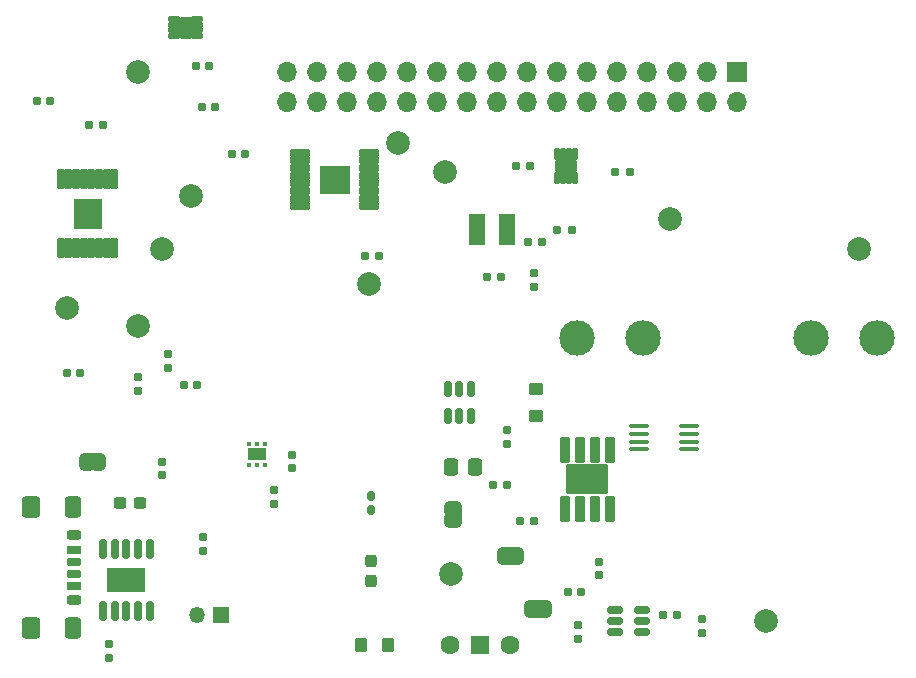
<source format=gbr>
%TF.GenerationSoftware,KiCad,Pcbnew,9.0.0*%
%TF.CreationDate,2025-03-28T21:29:49+02:00*%
%TF.ProjectId,project,70726f6a-6563-4742-9e6b-696361645f70,rev?*%
%TF.SameCoordinates,Original*%
%TF.FileFunction,Soldermask,Top*%
%TF.FilePolarity,Negative*%
%FSLAX46Y46*%
G04 Gerber Fmt 4.6, Leading zero omitted, Abs format (unit mm)*
G04 Created by KiCad (PCBNEW 9.0.0) date 2025-03-28 21:29:49*
%MOMM*%
%LPD*%
G01*
G04 APERTURE LIST*
G04 Aperture macros list*
%AMRoundRect*
0 Rectangle with rounded corners*
0 $1 Rounding radius*
0 $2 $3 $4 $5 $6 $7 $8 $9 X,Y pos of 4 corners*
0 Add a 4 corners polygon primitive as box body*
4,1,4,$2,$3,$4,$5,$6,$7,$8,$9,$2,$3,0*
0 Add four circle primitives for the rounded corners*
1,1,$1+$1,$2,$3*
1,1,$1+$1,$4,$5*
1,1,$1+$1,$6,$7*
1,1,$1+$1,$8,$9*
0 Add four rect primitives between the rounded corners*
20,1,$1+$1,$2,$3,$4,$5,0*
20,1,$1+$1,$4,$5,$6,$7,0*
20,1,$1+$1,$6,$7,$8,$9,0*
20,1,$1+$1,$8,$9,$2,$3,0*%
%AMFreePoly0*
4,1,23,0.000000,0.745722,0.065263,0.745722,0.191342,0.711940,0.304381,0.646677,0.396677,0.554381,0.461940,0.441342,0.495722,0.315263,0.495722,0.250000,0.500000,0.250000,0.500000,-0.250000,0.495722,-0.250000,0.495722,-0.315263,0.461940,-0.441342,0.396677,-0.554381,0.304381,-0.646677,0.191342,-0.711940,0.065263,-0.745722,0.000000,-0.745722,0.000000,-0.750000,-0.500000,-0.750000,
-0.500000,0.750000,0.000000,0.750000,0.000000,0.745722,0.000000,0.745722,$1*%
%AMFreePoly1*
4,1,23,0.500000,-0.750000,0.000000,-0.750000,0.000000,-0.745722,-0.065263,-0.745722,-0.191342,-0.711940,-0.304381,-0.646677,-0.396677,-0.554381,-0.461940,-0.441342,-0.495722,-0.315263,-0.495722,-0.250000,-0.500000,-0.250000,-0.500000,0.250000,-0.495722,0.250000,-0.495722,0.315263,-0.461940,0.441342,-0.396677,0.554381,-0.304381,0.646677,-0.191342,0.711940,-0.065263,0.745722,0.000000,0.745722,
0.000000,0.750000,0.500000,0.750000,0.500000,-0.750000,0.500000,-0.750000,$1*%
G04 Aperture macros list end*
%ADD10C,0.010000*%
%ADD11RoundRect,0.150000X0.512500X0.150000X-0.512500X0.150000X-0.512500X-0.150000X0.512500X-0.150000X0*%
%ADD12RoundRect,0.102000X-1.651000X1.206500X-1.651000X-1.206500X1.651000X-1.206500X1.651000X1.206500X0*%
%ADD13RoundRect,0.100500X-0.301500X0.986500X-0.301500X-0.986500X0.301500X-0.986500X0.301500X0.986500X0*%
%ADD14RoundRect,0.160000X0.197500X0.160000X-0.197500X0.160000X-0.197500X-0.160000X0.197500X-0.160000X0*%
%ADD15RoundRect,0.160000X-0.160000X0.197500X-0.160000X-0.197500X0.160000X-0.197500X0.160000X0.197500X0*%
%ADD16RoundRect,0.160000X-0.197500X-0.160000X0.197500X-0.160000X0.197500X0.160000X-0.197500X0.160000X0*%
%ADD17RoundRect,0.085500X-0.621500X-0.256500X0.621500X-0.256500X0.621500X0.256500X-0.621500X0.256500X0*%
%ADD18RoundRect,0.250000X0.337500X0.475000X-0.337500X0.475000X-0.337500X-0.475000X0.337500X-0.475000X0*%
%ADD19C,2.000000*%
%ADD20RoundRect,0.150000X-0.150000X0.512500X-0.150000X-0.512500X0.150000X-0.512500X0.150000X0.512500X0*%
%ADD21R,3.300000X2.100000*%
%ADD22RoundRect,0.150000X-0.150000X0.687500X-0.150000X-0.687500X0.150000X-0.687500X0.150000X0.687500X0*%
%ADD23R,1.500000X1.500000*%
%ADD24C,1.600000*%
%ADD25C,3.000000*%
%ADD26O,3.000000X3.000000*%
%ADD27RoundRect,0.250000X0.275000X0.350000X-0.275000X0.350000X-0.275000X-0.350000X0.275000X-0.350000X0*%
%ADD28FreePoly0,180.000000*%
%ADD29FreePoly1,180.000000*%
%ADD30FreePoly1,0.000000*%
%ADD31FreePoly0,0.000000*%
%ADD32RoundRect,0.237500X-0.237500X0.300000X-0.237500X-0.300000X0.237500X-0.300000X0.237500X0.300000X0*%
%ADD33RoundRect,0.155000X0.212500X0.155000X-0.212500X0.155000X-0.212500X-0.155000X0.212500X-0.155000X0*%
%ADD34RoundRect,0.155000X-0.212500X-0.155000X0.212500X-0.155000X0.212500X0.155000X-0.212500X0.155000X0*%
%ADD35RoundRect,0.155000X-0.155000X0.212500X-0.155000X-0.212500X0.155000X-0.212500X0.155000X0.212500X0*%
%ADD36RoundRect,0.237500X0.300000X0.237500X-0.300000X0.237500X-0.300000X-0.237500X0.300000X-0.237500X0*%
%ADD37R,1.350000X1.350000*%
%ADD38O,1.350000X1.350000*%
%ADD39FreePoly1,270.000000*%
%ADD40FreePoly0,270.000000*%
%ADD41RoundRect,0.093750X-0.106250X0.093750X-0.106250X-0.093750X0.106250X-0.093750X0.106250X0.093750X0*%
%ADD42R,1.600000X1.000000*%
%ADD43RoundRect,0.155000X0.155000X-0.212500X0.155000X0.212500X-0.155000X0.212500X-0.155000X-0.212500X0*%
%ADD44RoundRect,0.081750X0.770250X0.245250X-0.770250X0.245250X-0.770250X-0.245250X0.770250X-0.245250X0*%
%ADD45RoundRect,0.060500X-0.181500X0.411500X-0.181500X-0.411500X0.181500X-0.411500X0.181500X0.411500X0*%
%ADD46RoundRect,0.102000X-0.800000X0.450000X-0.800000X-0.450000X0.800000X-0.450000X0.800000X0.450000X0*%
%ADD47RoundRect,0.250000X0.350000X-0.275000X0.350000X0.275000X-0.350000X0.275000X-0.350000X-0.275000X0*%
%ADD48O,1.700000X1.700000*%
%ADD49R,1.700000X1.700000*%
%ADD50RoundRect,0.100000X0.712500X0.100000X-0.712500X0.100000X-0.712500X-0.100000X0.712500X-0.100000X0*%
%ADD51RoundRect,0.060500X0.411500X0.181500X-0.411500X0.181500X-0.411500X-0.181500X0.411500X-0.181500X0*%
%ADD52RoundRect,0.102000X0.450000X0.800000X-0.450000X0.800000X-0.450000X-0.800000X0.450000X-0.800000X0*%
%ADD53RoundRect,0.081750X0.245250X-0.770250X0.245250X0.770250X-0.245250X0.770250X-0.245250X-0.770250X0*%
%ADD54RoundRect,0.175000X-0.425000X0.175000X-0.425000X-0.175000X0.425000X-0.175000X0.425000X0.175000X0*%
%ADD55RoundRect,0.190000X0.410000X-0.190000X0.410000X0.190000X-0.410000X0.190000X-0.410000X-0.190000X0*%
%ADD56RoundRect,0.200000X0.400000X-0.200000X0.400000X0.200000X-0.400000X0.200000X-0.400000X-0.200000X0*%
%ADD57RoundRect,0.175000X0.425000X-0.175000X0.425000X0.175000X-0.425000X0.175000X-0.425000X-0.175000X0*%
%ADD58RoundRect,0.190000X-0.410000X0.190000X-0.410000X-0.190000X0.410000X-0.190000X0.410000X0.190000X0*%
%ADD59RoundRect,0.200000X-0.400000X0.200000X-0.400000X-0.200000X0.400000X-0.200000X0.400000X0.200000X0*%
%ADD60RoundRect,0.250000X-0.425000X0.650000X-0.425000X-0.650000X0.425000X-0.650000X0.425000X0.650000X0*%
%ADD61RoundRect,0.250000X-0.500000X0.650000X-0.500000X-0.650000X0.500000X-0.650000X0.500000X0.650000X0*%
%ADD62RoundRect,0.160000X0.160000X-0.197500X0.160000X0.197500X-0.160000X0.197500X-0.160000X-0.197500X0*%
%ADD63RoundRect,0.160000X-0.160000X0.222500X-0.160000X-0.222500X0.160000X-0.222500X0.160000X0.222500X0*%
G04 APERTURE END LIST*
%TO.C,JP4*%
G36*
X104800000Y-100750000D02*
G01*
X104500000Y-100750000D01*
X104500000Y-99250000D01*
X104800000Y-99250000D01*
X104800000Y-100750000D01*
G37*
%TO.C,JP3*%
G36*
X140195000Y-108750000D02*
G01*
X139895000Y-108750000D01*
X139895000Y-107250000D01*
X140195000Y-107250000D01*
X140195000Y-108750000D01*
G37*
%TO.C,JP1*%
G36*
X142200000Y-111750000D02*
G01*
X142500000Y-111750000D01*
X142500000Y-113250000D01*
X142200000Y-113250000D01*
X142200000Y-111750000D01*
G37*
%TO.C,JP2*%
G36*
X135945000Y-104350000D02*
G01*
X134445000Y-104350000D01*
X134445000Y-104650000D01*
X135945000Y-104650000D01*
X135945000Y-104350000D01*
G37*
D10*
%TO.C,U1*%
X126330000Y-77280000D02*
X123870000Y-77280000D01*
X123870000Y-74970000D01*
X126330000Y-74970000D01*
X126330000Y-77280000D01*
G36*
X126330000Y-77280000D02*
G01*
X123870000Y-77280000D01*
X123870000Y-74970000D01*
X126330000Y-74970000D01*
X126330000Y-77280000D01*
G37*
%TO.C,U3*%
X105355000Y-80230000D02*
X103045000Y-80230000D01*
X103045000Y-77770000D01*
X105355000Y-77770000D01*
X105355000Y-80230000D01*
G36*
X105355000Y-80230000D02*
G01*
X103045000Y-80230000D01*
X103045000Y-77770000D01*
X105355000Y-77770000D01*
X105355000Y-80230000D01*
G37*
%TD*%
D11*
%TO.C,U11*%
X151137500Y-114450000D03*
X151137500Y-113500000D03*
X151137500Y-112550000D03*
X148862500Y-112550000D03*
X148862500Y-113500000D03*
X148862500Y-114450000D03*
%TD*%
D12*
%TO.C,U5*%
X146500000Y-101500000D03*
D13*
X148405000Y-103975000D03*
X147135000Y-103975000D03*
X145865000Y-103975000D03*
X144595000Y-103975000D03*
X144595000Y-99025000D03*
X145865000Y-99025000D03*
X147135000Y-99025000D03*
X148405000Y-99025000D03*
%TD*%
D14*
%TO.C,R3*%
X141495000Y-81378700D03*
X142690000Y-81378700D03*
%TD*%
D15*
%TO.C,R8*%
X142000000Y-85195000D03*
X142000000Y-84000000D03*
%TD*%
D16*
%TO.C,R9*%
X139200000Y-84378700D03*
X138005000Y-84378700D03*
%TD*%
D17*
%TO.C,U8*%
X139710000Y-79378700D03*
X139710000Y-80028700D03*
X139710000Y-80678700D03*
X139710000Y-81328700D03*
X137200000Y-81328700D03*
X137200000Y-80678700D03*
X137200000Y-80028700D03*
X137200000Y-79378700D03*
%TD*%
D18*
%TO.C,C10*%
X137037500Y-100500000D03*
X134962500Y-100500000D03*
%TD*%
D19*
%TO.C,TP13*%
X134500000Y-75500000D03*
%TD*%
D20*
%TO.C,U4*%
X136645000Y-93862500D03*
X135695000Y-93862500D03*
X134745000Y-93862500D03*
X134745000Y-96137500D03*
X135695000Y-96137500D03*
X136645000Y-96137500D03*
%TD*%
D21*
%TO.C,U2*%
X107500000Y-110000000D03*
D22*
X109500000Y-112637500D03*
X108500000Y-112637500D03*
X107500000Y-112637500D03*
X106500000Y-112637500D03*
X105500000Y-112637500D03*
X105500000Y-107362500D03*
X106500000Y-107362500D03*
X107500000Y-107362500D03*
X108500000Y-107362500D03*
X109500000Y-107362500D03*
%TD*%
D19*
%TO.C,TP8*%
X108500000Y-88500000D03*
%TD*%
%TO.C,TP9*%
X110500000Y-82000000D03*
%TD*%
%TO.C,TP10*%
X108503000Y-67000000D03*
%TD*%
%TO.C,TP6*%
X102500000Y-87000000D03*
%TD*%
D15*
%TO.C,R14*%
X156195000Y-113305000D03*
X156195000Y-114500000D03*
%TD*%
D23*
%TO.C,SW1*%
X137460000Y-115500000D03*
D24*
X134920000Y-115500000D03*
X140000000Y-115500000D03*
%TD*%
D16*
%TO.C,R15*%
X152902500Y-113000000D03*
X154097500Y-113000000D03*
%TD*%
D25*
%TO.C,R16*%
X145650000Y-89500000D03*
D26*
X151200000Y-89500000D03*
X165500000Y-89500000D03*
X171050000Y-89500000D03*
%TD*%
D19*
%TO.C,TP7*%
X113000000Y-77500000D03*
%TD*%
%TO.C,TP5*%
X135000000Y-109500000D03*
%TD*%
D14*
%TO.C,R6*%
X150097500Y-75500000D03*
X148902500Y-75500000D03*
%TD*%
D15*
%TO.C,R11*%
X145695000Y-113805000D03*
X145695000Y-115000000D03*
%TD*%
%TO.C,R2*%
X106000000Y-115402500D03*
X106000000Y-116597500D03*
%TD*%
D27*
%TO.C,L2*%
X129650000Y-115500000D03*
X127350000Y-115500000D03*
%TD*%
D28*
%TO.C,JP4*%
X104000000Y-100000000D03*
D29*
X105300000Y-100000000D03*
%TD*%
%TO.C,JP3*%
X140695000Y-108000000D03*
D28*
X139395000Y-108000000D03*
%TD*%
D30*
%TO.C,JP1*%
X141700000Y-112500000D03*
D31*
X143000000Y-112500000D03*
%TD*%
D32*
%TO.C,C14*%
X128195000Y-108427500D03*
X128195000Y-110152500D03*
%TD*%
D33*
%TO.C,C17*%
X115000000Y-70000000D03*
X113865000Y-70000000D03*
%TD*%
D34*
%TO.C,C12*%
X104365000Y-71500000D03*
X105500000Y-71500000D03*
%TD*%
D35*
%TO.C,C13*%
X121500000Y-99432500D03*
X121500000Y-100567500D03*
%TD*%
D36*
%TO.C,C15*%
X108682500Y-103542500D03*
X106957500Y-103542500D03*
%TD*%
D35*
%TO.C,C9*%
X139695000Y-97365000D03*
X139695000Y-98500000D03*
%TD*%
D33*
%TO.C,C8*%
X117570500Y-74000000D03*
X116435500Y-74000000D03*
%TD*%
D35*
%TO.C,C7*%
X110500000Y-100000000D03*
X110500000Y-101135000D03*
%TD*%
D37*
%TO.C,J3*%
X115500000Y-113000000D03*
D38*
X113500000Y-113000000D03*
%TD*%
D39*
%TO.C,JP2*%
X135195000Y-103850000D03*
D40*
X135195000Y-105150000D03*
%TD*%
D41*
%TO.C,U7*%
X119195000Y-98500000D03*
X118545000Y-98500000D03*
X117895000Y-98500000D03*
X117895000Y-100275000D03*
X118545000Y-100275000D03*
X119195000Y-100275000D03*
D42*
X118545000Y-99387500D03*
%TD*%
D43*
%TO.C,C1*%
X108503000Y-93997600D03*
X108503000Y-92862600D03*
%TD*%
D33*
%TO.C,C5*%
X101067500Y-69500000D03*
X99932500Y-69500000D03*
%TD*%
D34*
%TO.C,C11*%
X144865000Y-111000000D03*
X146000000Y-111000000D03*
%TD*%
D33*
%TO.C,C4*%
X103570500Y-92497600D03*
X102435500Y-92497600D03*
%TD*%
D44*
%TO.C,U1*%
X128000000Y-78400000D03*
X128000000Y-77750000D03*
X128000000Y-77100000D03*
X128000000Y-76450000D03*
X128000000Y-75800000D03*
X128000000Y-75150000D03*
X128000000Y-74500000D03*
X128000000Y-73850000D03*
X122200000Y-73850000D03*
X122200000Y-74500000D03*
X122200000Y-75150000D03*
X122200000Y-75800000D03*
X122200000Y-76450000D03*
X122200000Y-77100000D03*
X122200000Y-77750000D03*
X122200000Y-78400000D03*
%TD*%
D14*
%TO.C,R4*%
X141695000Y-75000000D03*
X140500000Y-75000000D03*
%TD*%
D45*
%TO.C,U9*%
X145500000Y-74000000D03*
X145000000Y-74000000D03*
X144500000Y-74000000D03*
X144000000Y-74000000D03*
X144000000Y-75970000D03*
X144500000Y-75970000D03*
X145000000Y-75970000D03*
X145500000Y-75970000D03*
D46*
X144750000Y-74985000D03*
%TD*%
D33*
%TO.C,C16*%
X114500000Y-66500000D03*
X113365000Y-66500000D03*
%TD*%
D47*
%TO.C,L1*%
X142195000Y-96162500D03*
X142195000Y-93862500D03*
%TD*%
D33*
%TO.C,C2*%
X113503000Y-93497600D03*
X112368000Y-93497600D03*
%TD*%
D48*
%TO.C,J1*%
X121060000Y-69540000D03*
X121060000Y-67000000D03*
X123600000Y-69540000D03*
X123600000Y-67000000D03*
X126140000Y-69540000D03*
X126140000Y-67000000D03*
X128680000Y-69540000D03*
X128680000Y-67000000D03*
X131220000Y-69540000D03*
X131220000Y-67000000D03*
X133760000Y-69540000D03*
X133760000Y-67000000D03*
X136300000Y-69540000D03*
X136300000Y-67000000D03*
X138840000Y-69540000D03*
X138840000Y-67000000D03*
X141380000Y-69540000D03*
X141380000Y-67000000D03*
X143920000Y-69540000D03*
X143920000Y-67000000D03*
X146460000Y-69540000D03*
X146460000Y-67000000D03*
X149000000Y-69540000D03*
X149000000Y-67000000D03*
X151540000Y-69540000D03*
X151540000Y-67000000D03*
X154080000Y-69540000D03*
X154080000Y-67000000D03*
X156620000Y-69540000D03*
X156620000Y-67000000D03*
X159160000Y-69540000D03*
D49*
X159160000Y-67000000D03*
%TD*%
D15*
%TO.C,R1*%
X114000000Y-106402500D03*
X114000000Y-107597500D03*
%TD*%
D16*
%TO.C,R13*%
X140805000Y-105000000D03*
X142000000Y-105000000D03*
%TD*%
D50*
%TO.C,U6*%
X155112500Y-98975000D03*
X155112500Y-98325000D03*
X155112500Y-97675000D03*
X155112500Y-97025000D03*
X150887500Y-97025000D03*
X150887500Y-97675000D03*
X150887500Y-98325000D03*
X150887500Y-98975000D03*
%TD*%
D14*
%TO.C,R7*%
X145190000Y-80378700D03*
X143995000Y-80378700D03*
%TD*%
D19*
%TO.C,TP14*%
X153500000Y-79500000D03*
%TD*%
%TO.C,TP2*%
X169500000Y-82000000D03*
%TD*%
%TO.C,TP1*%
X161695000Y-113500000D03*
%TD*%
D14*
%TO.C,R5*%
X128925000Y-82600000D03*
X127730000Y-82600000D03*
%TD*%
D51*
%TO.C,U10*%
X113500000Y-64000000D03*
X113500000Y-63500000D03*
X113500000Y-63000000D03*
X113500000Y-62500000D03*
X111530000Y-62500000D03*
X111530000Y-63000000D03*
X111530000Y-63500000D03*
X111530000Y-64000000D03*
D52*
X112515000Y-63250000D03*
%TD*%
D19*
%TO.C,TP12*%
X130500000Y-73000000D03*
%TD*%
D43*
%TO.C,C3*%
X111000000Y-92067500D03*
X111000000Y-90932500D03*
%TD*%
D53*
%TO.C,U3*%
X101925000Y-81900000D03*
X102575000Y-81900000D03*
X103225000Y-81900000D03*
X103875000Y-81900000D03*
X104525000Y-81900000D03*
X105175000Y-81900000D03*
X105825000Y-81900000D03*
X106475000Y-81900000D03*
X106475000Y-76100000D03*
X105825000Y-76100000D03*
X105175000Y-76100000D03*
X104525000Y-76100000D03*
X103875000Y-76100000D03*
X103225000Y-76100000D03*
X102575000Y-76100000D03*
X101925000Y-76100000D03*
%TD*%
D54*
%TO.C,J2*%
X103032500Y-108500000D03*
D55*
X103032500Y-110520000D03*
D56*
X103032500Y-111750000D03*
D57*
X103032500Y-109500000D03*
D58*
X103032500Y-107480000D03*
D59*
X103032500Y-106250000D03*
D60*
X102977500Y-103875000D03*
D61*
X99397500Y-103875000D03*
D60*
X102977500Y-114125000D03*
D61*
X99397500Y-114125000D03*
%TD*%
D19*
%TO.C,TP11*%
X128000000Y-85000000D03*
%TD*%
D62*
%TO.C,R10*%
X120000000Y-103597500D03*
X120000000Y-102402500D03*
%TD*%
D35*
%TO.C,C6*%
X147500000Y-108500000D03*
X147500000Y-109635000D03*
%TD*%
D16*
%TO.C,R12*%
X138500000Y-102000000D03*
X139695000Y-102000000D03*
%TD*%
D63*
%TO.C,D3*%
X128195000Y-102927500D03*
X128195000Y-104072500D03*
%TD*%
M02*

</source>
